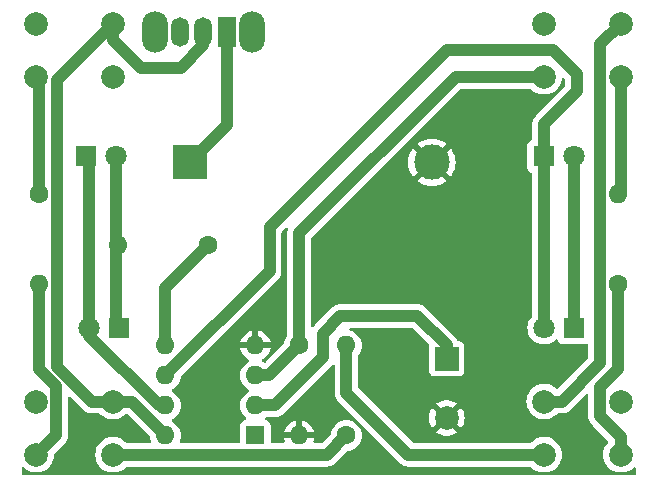
<source format=gtl>
G04 #@! TF.GenerationSoftware,KiCad,Pcbnew,8.0.2*
G04 #@! TF.CreationDate,2024-05-03T14:22:56+02:00*
G04 #@! TF.ProjectId,Simon elab V2,53696d6f-6e20-4656-9c61-622056322e6b,rev?*
G04 #@! TF.SameCoordinates,Original*
G04 #@! TF.FileFunction,Copper,L1,Top*
G04 #@! TF.FilePolarity,Positive*
%FSLAX46Y46*%
G04 Gerber Fmt 4.6, Leading zero omitted, Abs format (unit mm)*
G04 Created by KiCad (PCBNEW 8.0.2) date 2024-05-03 14:22:56*
%MOMM*%
%LPD*%
G01*
G04 APERTURE LIST*
G04 #@! TA.AperFunction,ComponentPad*
%ADD10C,2.000000*%
G04 #@! TD*
G04 #@! TA.AperFunction,ComponentPad*
%ADD11C,1.600000*%
G04 #@! TD*
G04 #@! TA.AperFunction,ComponentPad*
%ADD12O,1.600000X1.600000*%
G04 #@! TD*
G04 #@! TA.AperFunction,ComponentPad*
%ADD13R,1.600000X1.600000*%
G04 #@! TD*
G04 #@! TA.AperFunction,ComponentPad*
%ADD14R,1.800000X1.800000*%
G04 #@! TD*
G04 #@! TA.AperFunction,ComponentPad*
%ADD15C,1.800000*%
G04 #@! TD*
G04 #@! TA.AperFunction,ComponentPad*
%ADD16R,3.000000X3.000000*%
G04 #@! TD*
G04 #@! TA.AperFunction,ComponentPad*
%ADD17C,3.000000*%
G04 #@! TD*
G04 #@! TA.AperFunction,ComponentPad*
%ADD18O,2.200000X3.500000*%
G04 #@! TD*
G04 #@! TA.AperFunction,ComponentPad*
%ADD19R,1.500000X2.500000*%
G04 #@! TD*
G04 #@! TA.AperFunction,ComponentPad*
%ADD20O,1.500000X2.500000*%
G04 #@! TD*
G04 #@! TA.AperFunction,ComponentPad*
%ADD21R,2.000000X2.000000*%
G04 #@! TD*
G04 #@! TA.AperFunction,ViaPad*
%ADD22C,1.000000*%
G04 #@! TD*
G04 #@! TA.AperFunction,Conductor*
%ADD23C,1.000000*%
G04 #@! TD*
G04 APERTURE END LIST*
D10*
X144750000Y-133750000D03*
X151250000Y-133750000D03*
X144750000Y-138250000D03*
X151250000Y-138250000D03*
D11*
X116310000Y-120500000D03*
D12*
X108690000Y-120500000D03*
D13*
X120300000Y-136620000D03*
D12*
X120300000Y-134080000D03*
X120300000Y-131540000D03*
X120300000Y-129000000D03*
X112680000Y-129000000D03*
X112680000Y-131540000D03*
X112680000Y-134080000D03*
X112680000Y-136620000D03*
D11*
X128000000Y-136620000D03*
D12*
X128000000Y-129000000D03*
D14*
X108775000Y-127500000D03*
D15*
X106235000Y-127500000D03*
D10*
X144750000Y-101750000D03*
X151250000Y-101750000D03*
X144750000Y-106250000D03*
X151250000Y-106250000D03*
D14*
X144725000Y-113000000D03*
D15*
X147265000Y-113000000D03*
D10*
X101750000Y-101750000D03*
X108250000Y-101750000D03*
X101750000Y-106250000D03*
X108250000Y-106250000D03*
X101750000Y-133750000D03*
X108250000Y-133750000D03*
X101750000Y-138250000D03*
X108250000Y-138250000D03*
D14*
X147275000Y-127500000D03*
D15*
X144735000Y-127500000D03*
D11*
X151000000Y-123810000D03*
D12*
X151000000Y-116190000D03*
D16*
X114750000Y-113499999D03*
D17*
X135240000Y-113499999D03*
D14*
X105960000Y-113000000D03*
D15*
X108500000Y-113000000D03*
D18*
X120000000Y-102500000D03*
X111800000Y-102500000D03*
D19*
X117900000Y-102500000D03*
D20*
X115900000Y-102500000D03*
X113900000Y-102500000D03*
D11*
X102000000Y-116190000D03*
D12*
X102000000Y-123810000D03*
D11*
X124000000Y-129000000D03*
D12*
X124000000Y-136620000D03*
D21*
X136500000Y-130129215D03*
D10*
X136500000Y-135129215D03*
D22*
X130500000Y-110000000D03*
D23*
X117900000Y-102500000D02*
X117900000Y-110349999D01*
X117900000Y-110349999D02*
X114750000Y-113499999D01*
X134000000Y-126500000D02*
X136500000Y-129000000D01*
X126000000Y-128000000D02*
X127500000Y-126500000D01*
X120300000Y-134080000D02*
X121920000Y-134080000D01*
X121920000Y-134080000D02*
X126000000Y-130000000D01*
X136500000Y-129000000D02*
X136500000Y-130129215D01*
X126000000Y-130000000D02*
X126000000Y-128000000D01*
X127500000Y-126500000D02*
X134000000Y-126500000D01*
X112680000Y-134080000D02*
X112155000Y-134080000D01*
X106235000Y-128160000D02*
X106235000Y-127500000D01*
X112155000Y-134080000D02*
X106235000Y-128160000D01*
X106235000Y-113275000D02*
X105960000Y-113000000D01*
X106235000Y-127500000D02*
X106235000Y-113275000D01*
X147265000Y-127490000D02*
X147275000Y-127500000D01*
X108500000Y-127225000D02*
X108775000Y-127500000D01*
X108500000Y-113000000D02*
X108500000Y-127225000D01*
X147265000Y-113000000D02*
X147265000Y-127490000D01*
X144735000Y-113010000D02*
X144725000Y-113000000D01*
X121500000Y-119000000D02*
X130500000Y-110000000D01*
X130500000Y-110000000D02*
X136500000Y-104000000D01*
X145500000Y-104000000D02*
X147500000Y-106000000D01*
X144735000Y-127500000D02*
X144735000Y-113010000D01*
X144725000Y-110275000D02*
X144725000Y-113000000D01*
X136500000Y-104000000D02*
X145500000Y-104000000D01*
X121500000Y-122720000D02*
X121500000Y-119000000D01*
X147500000Y-106000000D02*
X147500000Y-107500000D01*
X112680000Y-131540000D02*
X121500000Y-122720000D01*
X147500000Y-107500000D02*
X144725000Y-110275000D01*
X112680000Y-129000000D02*
X112680000Y-124130000D01*
X112680000Y-124130000D02*
X116310000Y-120500000D01*
X103450000Y-136550000D02*
X103450000Y-132450000D01*
X103450000Y-132450000D02*
X102000000Y-131000000D01*
X102000000Y-131000000D02*
X102000000Y-123810000D01*
X103450000Y-136550000D02*
X101750000Y-138250000D01*
X126370000Y-138250000D02*
X128000000Y-136620000D01*
X108250000Y-138250000D02*
X126370000Y-138250000D01*
X102000000Y-116190000D02*
X102000000Y-106500000D01*
X102000000Y-106500000D02*
X101750000Y-106250000D01*
X149500000Y-132500000D02*
X149500000Y-135000000D01*
X151000000Y-123810000D02*
X151000000Y-131000000D01*
X133250000Y-138250000D02*
X128000000Y-133000000D01*
X151000000Y-131000000D02*
X149500000Y-132500000D01*
X128000000Y-133000000D02*
X128000000Y-129000000D01*
X149500000Y-135000000D02*
X151250000Y-136750000D01*
X151250000Y-136750000D02*
X151250000Y-138250000D01*
X144750000Y-138250000D02*
X133250000Y-138250000D01*
X120300000Y-131540000D02*
X121460000Y-131540000D01*
X151250000Y-106250000D02*
X151250000Y-115940000D01*
X151250000Y-115940000D02*
X151000000Y-116190000D01*
X124000000Y-119500000D02*
X124000000Y-129000000D01*
X121460000Y-131540000D02*
X124000000Y-129000000D01*
X144750000Y-106250000D02*
X137250000Y-106250000D01*
X137250000Y-106250000D02*
X124000000Y-119500000D01*
X149500000Y-103500000D02*
X151250000Y-101750000D01*
X103500000Y-130802944D02*
X106447056Y-133750000D01*
X146250000Y-133750000D02*
X144750000Y-133750000D01*
X108250000Y-101750000D02*
X108250000Y-103164213D01*
X149500000Y-130500000D02*
X149500000Y-103500000D01*
X103500000Y-106500000D02*
X103500000Y-130802944D01*
X110585787Y-105500000D02*
X114000000Y-105500000D01*
X106447056Y-133750000D02*
X108250000Y-133750000D01*
X109810000Y-133750000D02*
X112680000Y-136620000D01*
X108250000Y-101750000D02*
X103500000Y-106500000D01*
X108250000Y-133750000D02*
X109810000Y-133750000D01*
X108250000Y-103164213D02*
X110585787Y-105500000D01*
X115900000Y-103600000D02*
X115900000Y-102500000D01*
X114000000Y-105500000D02*
X115900000Y-103600000D01*
X149500000Y-130500000D02*
X146250000Y-133750000D01*
G04 #@! TA.AperFunction,Conductor*
G36*
X146450887Y-106365807D02*
G01*
X146463181Y-106378101D01*
X146496666Y-106439424D01*
X146499500Y-106465782D01*
X146499500Y-107034217D01*
X146479815Y-107101256D01*
X146463181Y-107121898D01*
X144087220Y-109497859D01*
X144087218Y-109497861D01*
X144017538Y-109567540D01*
X143947859Y-109637219D01*
X143838371Y-109801079D01*
X143838364Y-109801092D01*
X143762950Y-109983160D01*
X143762947Y-109983170D01*
X143724500Y-110176456D01*
X143724500Y-111517209D01*
X143704815Y-111584248D01*
X143652011Y-111630003D01*
X143643833Y-111633391D01*
X143582671Y-111656202D01*
X143582664Y-111656206D01*
X143467455Y-111742452D01*
X143467452Y-111742455D01*
X143381206Y-111857664D01*
X143381202Y-111857671D01*
X143330908Y-111992517D01*
X143324501Y-112052116D01*
X143324500Y-112052135D01*
X143324500Y-113947870D01*
X143324501Y-113947876D01*
X143330908Y-114007483D01*
X143381202Y-114142328D01*
X143381206Y-114142335D01*
X143467452Y-114257544D01*
X143467455Y-114257547D01*
X143582664Y-114343793D01*
X143582673Y-114343798D01*
X143653832Y-114370338D01*
X143709766Y-114412208D01*
X143734184Y-114477672D01*
X143734500Y-114486520D01*
X143734500Y-126470621D01*
X143714815Y-126537660D01*
X143701730Y-126554603D01*
X143626022Y-126636844D01*
X143626020Y-126636846D01*
X143499075Y-126831151D01*
X143405842Y-127043699D01*
X143348866Y-127268691D01*
X143348864Y-127268702D01*
X143329700Y-127499993D01*
X143329700Y-127500006D01*
X143348864Y-127731297D01*
X143348866Y-127731308D01*
X143405842Y-127956300D01*
X143499075Y-128168848D01*
X143626016Y-128363147D01*
X143626019Y-128363151D01*
X143626021Y-128363153D01*
X143783216Y-128533913D01*
X143783219Y-128533915D01*
X143783222Y-128533918D01*
X143966365Y-128676464D01*
X143966371Y-128676468D01*
X143966374Y-128676470D01*
X144170497Y-128786936D01*
X144284487Y-128826068D01*
X144390015Y-128862297D01*
X144390017Y-128862297D01*
X144390019Y-128862298D01*
X144618951Y-128900500D01*
X144618952Y-128900500D01*
X144851048Y-128900500D01*
X144851049Y-128900500D01*
X145079981Y-128862298D01*
X145299503Y-128786936D01*
X145503626Y-128676470D01*
X145686784Y-128533913D01*
X145695130Y-128524846D01*
X145755010Y-128488854D01*
X145824849Y-128490949D01*
X145882468Y-128530469D01*
X145902544Y-128565491D01*
X145931203Y-128642330D01*
X145931206Y-128642335D01*
X146017452Y-128757544D01*
X146017455Y-128757547D01*
X146132664Y-128843793D01*
X146132671Y-128843797D01*
X146267517Y-128894091D01*
X146267516Y-128894091D01*
X146274444Y-128894835D01*
X146327127Y-128900500D01*
X148222872Y-128900499D01*
X148282483Y-128894091D01*
X148332167Y-128875559D01*
X148401858Y-128870576D01*
X148463181Y-128904061D01*
X148496666Y-128965384D01*
X148499500Y-128991742D01*
X148499500Y-130034217D01*
X148479815Y-130101256D01*
X148463181Y-130121898D01*
X145943989Y-132641089D01*
X145882666Y-132674574D01*
X145812974Y-132669590D01*
X145772327Y-132644640D01*
X145769744Y-132642262D01*
X145743582Y-132621899D01*
X145573509Y-132489526D01*
X145573507Y-132489525D01*
X145573506Y-132489524D01*
X145354811Y-132371172D01*
X145354802Y-132371169D01*
X145119616Y-132290429D01*
X144874335Y-132249500D01*
X144625665Y-132249500D01*
X144380383Y-132290429D01*
X144145197Y-132371169D01*
X144145188Y-132371172D01*
X143926493Y-132489524D01*
X143730257Y-132642261D01*
X143561833Y-132825217D01*
X143425826Y-133033393D01*
X143325936Y-133261118D01*
X143264892Y-133502175D01*
X143264890Y-133502187D01*
X143244357Y-133749994D01*
X143244357Y-133750005D01*
X143264890Y-133997812D01*
X143264892Y-133997824D01*
X143325936Y-134238881D01*
X143425826Y-134466606D01*
X143561833Y-134674782D01*
X143561836Y-134674785D01*
X143730256Y-134857738D01*
X143926491Y-135010474D01*
X144145190Y-135128828D01*
X144380386Y-135209571D01*
X144625665Y-135250500D01*
X144874335Y-135250500D01*
X145119614Y-135209571D01*
X145354810Y-135128828D01*
X145573509Y-135010474D01*
X145769744Y-134857738D01*
X145797338Y-134827763D01*
X145831626Y-134790517D01*
X145891513Y-134754526D01*
X145922855Y-134750500D01*
X146348543Y-134750500D01*
X146458199Y-134728687D01*
X146513029Y-134717781D01*
X146541836Y-134712051D01*
X146595165Y-134689961D01*
X146723914Y-134636632D01*
X146887782Y-134527139D01*
X147027139Y-134387782D01*
X147027140Y-134387779D01*
X147034206Y-134380714D01*
X147034208Y-134380710D01*
X148287820Y-133127098D01*
X148349142Y-133093615D01*
X148418834Y-133098599D01*
X148474767Y-133140471D01*
X148499184Y-133205935D01*
X148499500Y-133214781D01*
X148499500Y-135098544D01*
X148537947Y-135291829D01*
X148537950Y-135291840D01*
X148544122Y-135306739D01*
X148551760Y-135325178D01*
X148552061Y-135325903D01*
X148552062Y-135325909D01*
X148552063Y-135325909D01*
X148613364Y-135473906D01*
X148613366Y-135473911D01*
X148613368Y-135473914D01*
X148722861Y-135637782D01*
X148862218Y-135777139D01*
X148862220Y-135777140D01*
X148869286Y-135784206D01*
X148869285Y-135784206D01*
X148869289Y-135784209D01*
X150144728Y-137059649D01*
X150178213Y-137120972D01*
X150173229Y-137190664D01*
X150148278Y-137231312D01*
X150061834Y-137325217D01*
X149925826Y-137533393D01*
X149825936Y-137761118D01*
X149764892Y-138002175D01*
X149764890Y-138002187D01*
X149744357Y-138249994D01*
X149744357Y-138250005D01*
X149764890Y-138497812D01*
X149764892Y-138497824D01*
X149825936Y-138738881D01*
X149925826Y-138966606D01*
X150061833Y-139174782D01*
X150061836Y-139174785D01*
X150230256Y-139357738D01*
X150426491Y-139510474D01*
X150645190Y-139628828D01*
X150880386Y-139709571D01*
X151125665Y-139750500D01*
X151374335Y-139750500D01*
X151619614Y-139709571D01*
X151854810Y-139628828D01*
X152073509Y-139510474D01*
X152269744Y-139357738D01*
X152284270Y-139341958D01*
X152344155Y-139305967D01*
X152413993Y-139308066D01*
X152471610Y-139347589D01*
X152498713Y-139411988D01*
X152499500Y-139425940D01*
X152499500Y-139875500D01*
X152479815Y-139942539D01*
X152427011Y-139988294D01*
X152375500Y-139999500D01*
X100624500Y-139999500D01*
X100557461Y-139979815D01*
X100511706Y-139927011D01*
X100500500Y-139875500D01*
X100500500Y-139425940D01*
X100520185Y-139358901D01*
X100572989Y-139313146D01*
X100642147Y-139303202D01*
X100705703Y-139332227D01*
X100715725Y-139341953D01*
X100730256Y-139357738D01*
X100926491Y-139510474D01*
X101145190Y-139628828D01*
X101380386Y-139709571D01*
X101625665Y-139750500D01*
X101874335Y-139750500D01*
X102119614Y-139709571D01*
X102354810Y-139628828D01*
X102573509Y-139510474D01*
X102769744Y-139357738D01*
X102938164Y-139174785D01*
X103074173Y-138966607D01*
X103174063Y-138738881D01*
X103235108Y-138497821D01*
X103255643Y-138250000D01*
X103253447Y-138223498D01*
X103267527Y-138155062D01*
X103289339Y-138125579D01*
X104087778Y-137327141D01*
X104087782Y-137327139D01*
X104227139Y-137187782D01*
X104336632Y-137023914D01*
X104409274Y-136848540D01*
X104412051Y-136841836D01*
X104449919Y-136651460D01*
X104449924Y-136651461D01*
X104449924Y-136651434D01*
X104450500Y-136648541D01*
X104450500Y-133467726D01*
X104470185Y-133400687D01*
X104522989Y-133354932D01*
X104592147Y-133344988D01*
X104655703Y-133374013D01*
X104662181Y-133380045D01*
X105809271Y-134527137D01*
X105809275Y-134527140D01*
X105973135Y-134636628D01*
X105973141Y-134636631D01*
X105973142Y-134636632D01*
X106155221Y-134712052D01*
X106348511Y-134750500D01*
X106348514Y-134750501D01*
X106348516Y-134750501D01*
X106551711Y-134750501D01*
X106551731Y-134750500D01*
X107077145Y-134750500D01*
X107144184Y-134770185D01*
X107168374Y-134790517D01*
X107230252Y-134857734D01*
X107230256Y-134857738D01*
X107426491Y-135010474D01*
X107645190Y-135128828D01*
X107880386Y-135209571D01*
X108125665Y-135250500D01*
X108374335Y-135250500D01*
X108619614Y-135209571D01*
X108854810Y-135128828D01*
X109073509Y-135010474D01*
X109269744Y-134857738D01*
X109293932Y-134831462D01*
X109353817Y-134795471D01*
X109423655Y-134797570D01*
X109472843Y-134827763D01*
X111353111Y-136708031D01*
X111386596Y-136769354D01*
X111388958Y-136784902D01*
X111394364Y-136846688D01*
X111394366Y-136846697D01*
X111453258Y-137066488D01*
X111453263Y-137066503D01*
X111456339Y-137073098D01*
X111466830Y-137142176D01*
X111438308Y-137205959D01*
X111379831Y-137244197D01*
X111343956Y-137249500D01*
X109422855Y-137249500D01*
X109355816Y-137229815D01*
X109331626Y-137209483D01*
X109269747Y-137142265D01*
X109269744Y-137142262D01*
X109208071Y-137094260D01*
X109073509Y-136989526D01*
X109073507Y-136989525D01*
X109073506Y-136989524D01*
X108854811Y-136871172D01*
X108854802Y-136871169D01*
X108619616Y-136790429D01*
X108374335Y-136749500D01*
X108125665Y-136749500D01*
X107880383Y-136790429D01*
X107645197Y-136871169D01*
X107645188Y-136871172D01*
X107426493Y-136989524D01*
X107230257Y-137142261D01*
X107061833Y-137325217D01*
X106925826Y-137533393D01*
X106825936Y-137761118D01*
X106764892Y-138002175D01*
X106764890Y-138002187D01*
X106744357Y-138249994D01*
X106744357Y-138250005D01*
X106764890Y-138497812D01*
X106764892Y-138497824D01*
X106825936Y-138738881D01*
X106925826Y-138966606D01*
X107061833Y-139174782D01*
X107061836Y-139174785D01*
X107230256Y-139357738D01*
X107426491Y-139510474D01*
X107645190Y-139628828D01*
X107880386Y-139709571D01*
X108125665Y-139750500D01*
X108374335Y-139750500D01*
X108619614Y-139709571D01*
X108854810Y-139628828D01*
X109073509Y-139510474D01*
X109269744Y-139357738D01*
X109310794Y-139313146D01*
X109331626Y-139290517D01*
X109391513Y-139254526D01*
X109422855Y-139250500D01*
X126468542Y-139250500D01*
X126487870Y-139246655D01*
X126565188Y-139231275D01*
X126661836Y-139212051D01*
X126715165Y-139189961D01*
X126843914Y-139136632D01*
X127007782Y-139027139D01*
X127147139Y-138887782D01*
X127147140Y-138887779D01*
X127154206Y-138880714D01*
X127154209Y-138880710D01*
X128088033Y-137946885D01*
X128149354Y-137913402D01*
X128164898Y-137911041D01*
X128226692Y-137905635D01*
X128446496Y-137846739D01*
X128652734Y-137750568D01*
X128839139Y-137620047D01*
X129000047Y-137459139D01*
X129130568Y-137272734D01*
X129226739Y-137066496D01*
X129285635Y-136846692D01*
X129305468Y-136620000D01*
X129302694Y-136588298D01*
X129291960Y-136465606D01*
X129285635Y-136393308D01*
X129226739Y-136173504D01*
X129130568Y-135967266D01*
X129000047Y-135780861D01*
X129000045Y-135780858D01*
X128839141Y-135619954D01*
X128652734Y-135489432D01*
X128652732Y-135489431D01*
X128446497Y-135393261D01*
X128446488Y-135393258D01*
X128226697Y-135334366D01*
X128226693Y-135334365D01*
X128226692Y-135334365D01*
X128226691Y-135334364D01*
X128226686Y-135334364D01*
X128000002Y-135314532D01*
X127999998Y-135314532D01*
X127773313Y-135334364D01*
X127773302Y-135334366D01*
X127553511Y-135393258D01*
X127553502Y-135393261D01*
X127347267Y-135489431D01*
X127347265Y-135489432D01*
X127160858Y-135619954D01*
X126999954Y-135780858D01*
X126869432Y-135967265D01*
X126869431Y-135967267D01*
X126773261Y-136173502D01*
X126773258Y-136173511D01*
X126714366Y-136393302D01*
X126714364Y-136393311D01*
X126708958Y-136455096D01*
X126683504Y-136520164D01*
X126673111Y-136531967D01*
X125991899Y-137213181D01*
X125930576Y-137246666D01*
X125904218Y-137249500D01*
X125335492Y-137249500D01*
X125268453Y-137229815D01*
X125222698Y-137177011D01*
X125212754Y-137107853D01*
X125223110Y-137073096D01*
X125226264Y-137066331D01*
X125226269Y-137066317D01*
X125278872Y-136870000D01*
X124315686Y-136870000D01*
X124320080Y-136865606D01*
X124372741Y-136774394D01*
X124400000Y-136672661D01*
X124400000Y-136567339D01*
X124372741Y-136465606D01*
X124320080Y-136374394D01*
X124315686Y-136370000D01*
X125278872Y-136370000D01*
X125278872Y-136369999D01*
X125226269Y-136173682D01*
X125226265Y-136173673D01*
X125130134Y-135967517D01*
X124999657Y-135781179D01*
X124838820Y-135620342D01*
X124652482Y-135489865D01*
X124446328Y-135393734D01*
X124250000Y-135341127D01*
X124250000Y-136304314D01*
X124245606Y-136299920D01*
X124154394Y-136247259D01*
X124052661Y-136220000D01*
X123947339Y-136220000D01*
X123845606Y-136247259D01*
X123754394Y-136299920D01*
X123750000Y-136304314D01*
X123750000Y-135341127D01*
X123553671Y-135393734D01*
X123347517Y-135489865D01*
X123161179Y-135620342D01*
X123000342Y-135781179D01*
X122869865Y-135967517D01*
X122773734Y-136173673D01*
X122773730Y-136173682D01*
X122721127Y-136369999D01*
X122721128Y-136370000D01*
X123684314Y-136370000D01*
X123679920Y-136374394D01*
X123627259Y-136465606D01*
X123600000Y-136567339D01*
X123600000Y-136672661D01*
X123627259Y-136774394D01*
X123679920Y-136865606D01*
X123684314Y-136870000D01*
X122721128Y-136870000D01*
X122773730Y-137066317D01*
X122773735Y-137066331D01*
X122776890Y-137073096D01*
X122787382Y-137142173D01*
X122758862Y-137205957D01*
X122700385Y-137244196D01*
X122664508Y-137249500D01*
X121724500Y-137249500D01*
X121657461Y-137229815D01*
X121611706Y-137177011D01*
X121600500Y-137125500D01*
X121600499Y-135772129D01*
X121600498Y-135772123D01*
X121600497Y-135772116D01*
X121594091Y-135712517D01*
X121563021Y-135629215D01*
X121543797Y-135577671D01*
X121543793Y-135577664D01*
X121457547Y-135462455D01*
X121457544Y-135462452D01*
X121342335Y-135376206D01*
X121342328Y-135376202D01*
X121207488Y-135325910D01*
X121204387Y-135325178D01*
X121202228Y-135323949D01*
X121200215Y-135323198D01*
X121200336Y-135322871D01*
X121143670Y-135290606D01*
X121111283Y-135228696D01*
X121117507Y-135159104D01*
X121160368Y-135103925D01*
X121226257Y-135080678D01*
X121232899Y-135080500D01*
X122018542Y-135080500D01*
X122037870Y-135076655D01*
X122115188Y-135061275D01*
X122211836Y-135042051D01*
X122288069Y-135010474D01*
X122393914Y-134966632D01*
X122557782Y-134857139D01*
X122697139Y-134717782D01*
X122697139Y-134717780D01*
X122707347Y-134707573D01*
X122707348Y-134707570D01*
X126777139Y-130637782D01*
X126777145Y-130637772D01*
X126779643Y-130634730D01*
X126781365Y-130633556D01*
X126781447Y-130633475D01*
X126781462Y-130633490D01*
X126837387Y-130595393D01*
X126907232Y-130593520D01*
X126967002Y-130629704D01*
X126997721Y-130692459D01*
X126999500Y-130713391D01*
X126999500Y-133098541D01*
X126999500Y-133098543D01*
X126999499Y-133098543D01*
X127015603Y-133179497D01*
X127015603Y-133179498D01*
X127024778Y-133225624D01*
X127027808Y-133240858D01*
X127027809Y-133240860D01*
X127027809Y-133240861D01*
X127037946Y-133291828D01*
X127037949Y-133291837D01*
X127113364Y-133473907D01*
X127113371Y-133473920D01*
X127222860Y-133637781D01*
X127222863Y-133637785D01*
X127366537Y-133781459D01*
X127366559Y-133781479D01*
X132469735Y-138884655D01*
X132469764Y-138884686D01*
X132612214Y-139027136D01*
X132612218Y-139027139D01*
X132776079Y-139136628D01*
X132776092Y-139136635D01*
X132904833Y-139189961D01*
X132947744Y-139207735D01*
X132958164Y-139212051D01*
X133054812Y-139231275D01*
X133103135Y-139240887D01*
X133151458Y-139250500D01*
X133151459Y-139250500D01*
X133151460Y-139250500D01*
X133348540Y-139250500D01*
X143577145Y-139250500D01*
X143644184Y-139270185D01*
X143668374Y-139290517D01*
X143715730Y-139341959D01*
X143730256Y-139357738D01*
X143926491Y-139510474D01*
X144145190Y-139628828D01*
X144380386Y-139709571D01*
X144625665Y-139750500D01*
X144874335Y-139750500D01*
X145119614Y-139709571D01*
X145354810Y-139628828D01*
X145573509Y-139510474D01*
X145769744Y-139357738D01*
X145938164Y-139174785D01*
X146074173Y-138966607D01*
X146174063Y-138738881D01*
X146235108Y-138497821D01*
X146255643Y-138250000D01*
X146247776Y-138155062D01*
X146235109Y-138002187D01*
X146235107Y-138002175D01*
X146174063Y-137761118D01*
X146074173Y-137533393D01*
X145938166Y-137325217D01*
X145868463Y-137249500D01*
X145769744Y-137142262D01*
X145573509Y-136989526D01*
X145573507Y-136989525D01*
X145573506Y-136989524D01*
X145354811Y-136871172D01*
X145354802Y-136871169D01*
X145119616Y-136790429D01*
X144874335Y-136749500D01*
X144625665Y-136749500D01*
X144380383Y-136790429D01*
X144145197Y-136871169D01*
X144145188Y-136871172D01*
X143926493Y-136989524D01*
X143730255Y-137142262D01*
X143730252Y-137142265D01*
X143668374Y-137209483D01*
X143608487Y-137245474D01*
X143577145Y-137249500D01*
X133715782Y-137249500D01*
X133648743Y-137229815D01*
X133628101Y-137213181D01*
X131544129Y-135129209D01*
X134994859Y-135129209D01*
X134994859Y-135129220D01*
X135015385Y-135376944D01*
X135015387Y-135376953D01*
X135076412Y-135617932D01*
X135176266Y-135845579D01*
X135276564Y-135999097D01*
X136017037Y-135258624D01*
X136034075Y-135322208D01*
X136099901Y-135436222D01*
X136192993Y-135529314D01*
X136307007Y-135595140D01*
X136370590Y-135612177D01*
X135629942Y-136352824D01*
X135676768Y-136389270D01*
X135676770Y-136389271D01*
X135895385Y-136507579D01*
X135895396Y-136507584D01*
X136130506Y-136588298D01*
X136375707Y-136629215D01*
X136624293Y-136629215D01*
X136869493Y-136588298D01*
X137104603Y-136507584D01*
X137104614Y-136507579D01*
X137323228Y-136389272D01*
X137323231Y-136389270D01*
X137370056Y-136352824D01*
X136629409Y-135612177D01*
X136692993Y-135595140D01*
X136807007Y-135529314D01*
X136900099Y-135436222D01*
X136965925Y-135322208D01*
X136982962Y-135258625D01*
X137723434Y-135999097D01*
X137823731Y-135845584D01*
X137923587Y-135617932D01*
X137984612Y-135376953D01*
X137984614Y-135376944D01*
X138005141Y-135129220D01*
X138005141Y-135129209D01*
X137984614Y-134881485D01*
X137984612Y-134881476D01*
X137923587Y-134640497D01*
X137823731Y-134412845D01*
X137723434Y-134259331D01*
X136982962Y-134999804D01*
X136965925Y-134936222D01*
X136900099Y-134822208D01*
X136807007Y-134729116D01*
X136692993Y-134663290D01*
X136629410Y-134646252D01*
X137370057Y-133905605D01*
X137370056Y-133905604D01*
X137323229Y-133869158D01*
X137104614Y-133750850D01*
X137104603Y-133750845D01*
X136869493Y-133670131D01*
X136624293Y-133629215D01*
X136375707Y-133629215D01*
X136130506Y-133670131D01*
X135895396Y-133750845D01*
X135895390Y-133750847D01*
X135676761Y-133869164D01*
X135629942Y-133905603D01*
X135629942Y-133905605D01*
X136370590Y-134646252D01*
X136307007Y-134663290D01*
X136192993Y-134729116D01*
X136099901Y-134822208D01*
X136034075Y-134936222D01*
X136017037Y-134999804D01*
X135276564Y-134259331D01*
X135176267Y-134412847D01*
X135076412Y-134640497D01*
X135015387Y-134881476D01*
X135015385Y-134881485D01*
X134994859Y-135129209D01*
X131544129Y-135129209D01*
X129036819Y-132621899D01*
X129003334Y-132560576D01*
X129000500Y-132534218D01*
X129000500Y-129877588D01*
X129020185Y-129810549D01*
X129022925Y-129806465D01*
X129130568Y-129652734D01*
X129226739Y-129446496D01*
X129285635Y-129226692D01*
X129305468Y-129000000D01*
X129302439Y-128965384D01*
X129296202Y-128894091D01*
X129285635Y-128773308D01*
X129226784Y-128553673D01*
X129226741Y-128553511D01*
X129226738Y-128553502D01*
X129217604Y-128533915D01*
X129130568Y-128347266D01*
X129000047Y-128160861D01*
X129000045Y-128160858D01*
X128839141Y-127999954D01*
X128652734Y-127869432D01*
X128652732Y-127869431D01*
X128446497Y-127773261D01*
X128446488Y-127773258D01*
X128338319Y-127744275D01*
X128278658Y-127707910D01*
X128248129Y-127645063D01*
X128256424Y-127575688D01*
X128300909Y-127521810D01*
X128367461Y-127500535D01*
X128370412Y-127500500D01*
X133534218Y-127500500D01*
X133601257Y-127520185D01*
X133621899Y-127536819D01*
X134976970Y-128891890D01*
X135010455Y-128953213D01*
X135006125Y-129013810D01*
X135007693Y-129014181D01*
X135005908Y-129021732D01*
X134999501Y-129081331D01*
X134999501Y-129081338D01*
X134999500Y-129081350D01*
X134999500Y-131177085D01*
X134999501Y-131177091D01*
X135005908Y-131236698D01*
X135056202Y-131371543D01*
X135056206Y-131371550D01*
X135142452Y-131486759D01*
X135142455Y-131486762D01*
X135257664Y-131573008D01*
X135257671Y-131573012D01*
X135392517Y-131623306D01*
X135392516Y-131623306D01*
X135399444Y-131624050D01*
X135452127Y-131629715D01*
X137547872Y-131629714D01*
X137607483Y-131623306D01*
X137742331Y-131573011D01*
X137857546Y-131486761D01*
X137943796Y-131371546D01*
X137994091Y-131236698D01*
X138000500Y-131177088D01*
X138000499Y-129081343D01*
X137994091Y-129021732D01*
X137991136Y-129013810D01*
X137943797Y-128886886D01*
X137943793Y-128886879D01*
X137857547Y-128771670D01*
X137857544Y-128771667D01*
X137742335Y-128685421D01*
X137742328Y-128685417D01*
X137607482Y-128635123D01*
X137607483Y-128635123D01*
X137547883Y-128628716D01*
X137547881Y-128628715D01*
X137547873Y-128628715D01*
X137547865Y-128628715D01*
X137511996Y-128628715D01*
X137444957Y-128609030D01*
X137399202Y-128556226D01*
X137397446Y-128552194D01*
X137386632Y-128526086D01*
X137386628Y-128526079D01*
X137277139Y-128362218D01*
X137277136Y-128362214D01*
X137134686Y-128219764D01*
X137134655Y-128219735D01*
X134781479Y-125866559D01*
X134781459Y-125866537D01*
X134637785Y-125722863D01*
X134637781Y-125722860D01*
X134473916Y-125613369D01*
X134473911Y-125613366D01*
X134401315Y-125583296D01*
X134345165Y-125560038D01*
X134291836Y-125537949D01*
X134291832Y-125537948D01*
X134291828Y-125537946D01*
X134195188Y-125518724D01*
X134098544Y-125499500D01*
X134098541Y-125499500D01*
X127598540Y-125499500D01*
X127401459Y-125499500D01*
X127401456Y-125499500D01*
X127208171Y-125537946D01*
X127208167Y-125537948D01*
X127208165Y-125537948D01*
X127208164Y-125537949D01*
X127132745Y-125569188D01*
X127132743Y-125569189D01*
X127026085Y-125613368D01*
X127026085Y-125613369D01*
X127026084Y-125613369D01*
X126862222Y-125722857D01*
X126862214Y-125722863D01*
X125541380Y-127043699D01*
X125362220Y-127222859D01*
X125362218Y-127222861D01*
X125316388Y-127268691D01*
X125222860Y-127362218D01*
X125220352Y-127365275D01*
X125218633Y-127366445D01*
X125218553Y-127366526D01*
X125218537Y-127366510D01*
X125162605Y-127404608D01*
X125092761Y-127406477D01*
X125032993Y-127370289D01*
X125002278Y-127307532D01*
X125000500Y-127286608D01*
X125000500Y-119965782D01*
X125020185Y-119898743D01*
X125036819Y-119878101D01*
X131414924Y-113499997D01*
X133234891Y-113499997D01*
X133234891Y-113500000D01*
X133255300Y-113785361D01*
X133316109Y-114064894D01*
X133416091Y-114332957D01*
X133553191Y-114584037D01*
X133553196Y-114584045D01*
X133659882Y-114726560D01*
X133659883Y-114726561D01*
X134562421Y-113824023D01*
X134575359Y-113855257D01*
X134657437Y-113978096D01*
X134761903Y-114082562D01*
X134884742Y-114164640D01*
X134915974Y-114177577D01*
X134013436Y-115080114D01*
X134155960Y-115186806D01*
X134155961Y-115186807D01*
X134407042Y-115323907D01*
X134407041Y-115323907D01*
X134675104Y-115423889D01*
X134954637Y-115484698D01*
X135239999Y-115505108D01*
X135240001Y-115505108D01*
X135525362Y-115484698D01*
X135804895Y-115423889D01*
X136072958Y-115323907D01*
X136324047Y-115186802D01*
X136466561Y-115080115D01*
X136466562Y-115080114D01*
X135564025Y-114177576D01*
X135595258Y-114164640D01*
X135718097Y-114082562D01*
X135822563Y-113978096D01*
X135904641Y-113855257D01*
X135917578Y-113824024D01*
X136820115Y-114726561D01*
X136820116Y-114726560D01*
X136926803Y-114584046D01*
X137063908Y-114332957D01*
X137163890Y-114064894D01*
X137224699Y-113785361D01*
X137245109Y-113500000D01*
X137245109Y-113499997D01*
X137224699Y-113214636D01*
X137163890Y-112935103D01*
X137063908Y-112667040D01*
X136926808Y-112415960D01*
X136926807Y-112415959D01*
X136820115Y-112273435D01*
X135917577Y-113175972D01*
X135904641Y-113144741D01*
X135822563Y-113021902D01*
X135718097Y-112917436D01*
X135595258Y-112835358D01*
X135564024Y-112822420D01*
X136466562Y-111919882D01*
X136466561Y-111919881D01*
X136324046Y-111813195D01*
X136324038Y-111813190D01*
X136072957Y-111676090D01*
X136072958Y-111676090D01*
X135804895Y-111576108D01*
X135525362Y-111515299D01*
X135240001Y-111494890D01*
X135239999Y-111494890D01*
X134954637Y-111515299D01*
X134675104Y-111576108D01*
X134407041Y-111676090D01*
X134155961Y-111813190D01*
X134155953Y-111813195D01*
X134013437Y-111919881D01*
X134013436Y-111919882D01*
X134915975Y-112822420D01*
X134884742Y-112835358D01*
X134761903Y-112917436D01*
X134657437Y-113021902D01*
X134575359Y-113144741D01*
X134562421Y-113175973D01*
X133659883Y-112273435D01*
X133659882Y-112273436D01*
X133553196Y-112415952D01*
X133553191Y-112415960D01*
X133416091Y-112667040D01*
X133316109Y-112935103D01*
X133255300Y-113214636D01*
X133234891Y-113499997D01*
X131414924Y-113499997D01*
X137628102Y-107286819D01*
X137689425Y-107253334D01*
X137715783Y-107250500D01*
X143577145Y-107250500D01*
X143644184Y-107270185D01*
X143668374Y-107290517D01*
X143730252Y-107357734D01*
X143730256Y-107357738D01*
X143926491Y-107510474D01*
X144145190Y-107628828D01*
X144380386Y-107709571D01*
X144625665Y-107750500D01*
X144874335Y-107750500D01*
X145119614Y-107709571D01*
X145354810Y-107628828D01*
X145573509Y-107510474D01*
X145769744Y-107357738D01*
X145938164Y-107174785D01*
X146074173Y-106966607D01*
X146174063Y-106738881D01*
X146235108Y-106497821D01*
X146239630Y-106443245D01*
X146264782Y-106378064D01*
X146321184Y-106336825D01*
X146390927Y-106332626D01*
X146450887Y-106365807D01*
G37*
G04 #@! TD.AperFunction*
G04 #@! TA.AperFunction,Conductor*
G36*
X122963134Y-119054299D02*
G01*
X123019067Y-119096171D01*
X123043484Y-119161635D01*
X123038946Y-119202153D01*
X123039137Y-119202191D01*
X123038690Y-119204434D01*
X123038463Y-119206468D01*
X123037949Y-119208161D01*
X122999500Y-119401456D01*
X122999500Y-128122410D01*
X122979815Y-128189449D01*
X122977076Y-128193532D01*
X122869431Y-128347267D01*
X122773261Y-128553502D01*
X122773258Y-128553511D01*
X122714365Y-128773307D01*
X122708958Y-128835095D01*
X122683504Y-128900163D01*
X122673111Y-128911966D01*
X121157416Y-130427662D01*
X121096093Y-130461147D01*
X121026401Y-130456163D01*
X120998612Y-130441556D01*
X120952734Y-130409432D01*
X120952732Y-130409431D01*
X120941275Y-130404088D01*
X120894132Y-130382105D01*
X120841694Y-130335934D01*
X120822542Y-130268740D01*
X120842758Y-130201859D01*
X120894134Y-130157341D01*
X120952484Y-130130132D01*
X121138820Y-129999657D01*
X121299657Y-129838820D01*
X121430134Y-129652482D01*
X121526265Y-129446326D01*
X121526269Y-129446317D01*
X121578872Y-129250000D01*
X120615686Y-129250000D01*
X120620080Y-129245606D01*
X120672741Y-129154394D01*
X120700000Y-129052661D01*
X120700000Y-128947339D01*
X120672741Y-128845606D01*
X120620080Y-128754394D01*
X120615686Y-128750000D01*
X121578872Y-128750000D01*
X121578872Y-128749999D01*
X121526269Y-128553682D01*
X121526265Y-128553673D01*
X121430134Y-128347517D01*
X121299657Y-128161179D01*
X121138820Y-128000342D01*
X120952482Y-127869865D01*
X120746328Y-127773734D01*
X120550000Y-127721127D01*
X120550000Y-128684314D01*
X120545606Y-128679920D01*
X120454394Y-128627259D01*
X120352661Y-128600000D01*
X120247339Y-128600000D01*
X120145606Y-128627259D01*
X120054394Y-128679920D01*
X120050000Y-128684314D01*
X120050000Y-127721127D01*
X119853671Y-127773734D01*
X119647517Y-127869865D01*
X119461179Y-128000342D01*
X119300342Y-128161179D01*
X119169865Y-128347517D01*
X119073734Y-128553673D01*
X119073730Y-128553682D01*
X119021127Y-128749999D01*
X119021128Y-128750000D01*
X119984314Y-128750000D01*
X119979920Y-128754394D01*
X119927259Y-128845606D01*
X119900000Y-128947339D01*
X119900000Y-129052661D01*
X119927259Y-129154394D01*
X119979920Y-129245606D01*
X119984314Y-129250000D01*
X119021128Y-129250000D01*
X119073730Y-129446317D01*
X119073734Y-129446326D01*
X119169865Y-129652482D01*
X119300342Y-129838820D01*
X119461179Y-129999657D01*
X119647518Y-130130134D01*
X119647520Y-130130135D01*
X119705865Y-130157342D01*
X119758305Y-130203514D01*
X119777457Y-130270707D01*
X119757242Y-130337589D01*
X119705867Y-130382105D01*
X119647268Y-130409431D01*
X119647264Y-130409433D01*
X119460858Y-130539954D01*
X119299954Y-130700858D01*
X119169432Y-130887265D01*
X119169431Y-130887267D01*
X119073261Y-131093502D01*
X119073258Y-131093511D01*
X119014366Y-131313302D01*
X119014364Y-131313313D01*
X118994532Y-131539998D01*
X118994532Y-131540001D01*
X119014364Y-131766686D01*
X119014366Y-131766697D01*
X119073258Y-131986488D01*
X119073261Y-131986497D01*
X119169431Y-132192732D01*
X119169432Y-132192734D01*
X119299954Y-132379141D01*
X119460858Y-132540045D01*
X119460861Y-132540047D01*
X119647266Y-132670568D01*
X119697587Y-132694033D01*
X119705275Y-132697618D01*
X119757714Y-132743791D01*
X119776866Y-132810984D01*
X119756650Y-132877865D01*
X119705275Y-132922382D01*
X119647267Y-132949431D01*
X119647265Y-132949432D01*
X119460858Y-133079954D01*
X119299954Y-133240858D01*
X119169432Y-133427265D01*
X119169431Y-133427267D01*
X119073261Y-133633502D01*
X119073258Y-133633511D01*
X119014366Y-133853302D01*
X119014364Y-133853313D01*
X118994532Y-134079998D01*
X118994532Y-134080001D01*
X119014364Y-134306686D01*
X119014366Y-134306697D01*
X119073258Y-134526488D01*
X119073261Y-134526497D01*
X119169431Y-134732732D01*
X119169432Y-134732734D01*
X119299954Y-134919141D01*
X119460858Y-135080045D01*
X119485462Y-135097273D01*
X119529087Y-135151849D01*
X119536281Y-135221348D01*
X119504758Y-135283703D01*
X119444529Y-135319117D01*
X119427593Y-135322138D01*
X119392516Y-135325908D01*
X119257671Y-135376202D01*
X119257664Y-135376206D01*
X119142455Y-135462452D01*
X119142452Y-135462455D01*
X119056206Y-135577664D01*
X119056202Y-135577671D01*
X119005908Y-135712517D01*
X118999501Y-135772116D01*
X118999500Y-135772127D01*
X118999500Y-136507584D01*
X118999501Y-137125500D01*
X118979816Y-137192539D01*
X118927013Y-137238294D01*
X118875501Y-137249500D01*
X114016044Y-137249500D01*
X113949005Y-137229815D01*
X113903250Y-137177011D01*
X113893306Y-137107853D01*
X113903661Y-137073098D01*
X113906736Y-137066503D01*
X113906736Y-137066501D01*
X113906739Y-137066496D01*
X113965635Y-136846692D01*
X113985468Y-136620000D01*
X113982694Y-136588298D01*
X113971960Y-136465606D01*
X113965635Y-136393308D01*
X113906739Y-136173504D01*
X113810568Y-135967266D01*
X113680047Y-135780861D01*
X113680045Y-135780858D01*
X113519141Y-135619954D01*
X113332734Y-135489432D01*
X113332728Y-135489429D01*
X113274882Y-135462455D01*
X113274724Y-135462381D01*
X113222285Y-135416210D01*
X113203133Y-135349017D01*
X113223348Y-135282135D01*
X113274725Y-135237618D01*
X113332734Y-135210568D01*
X113519139Y-135080047D01*
X113680047Y-134919139D01*
X113810568Y-134732734D01*
X113906739Y-134526496D01*
X113965635Y-134306692D01*
X113985468Y-134080000D01*
X113965635Y-133853308D01*
X113906739Y-133633504D01*
X113810568Y-133427266D01*
X113680047Y-133240861D01*
X113680046Y-133240860D01*
X113680045Y-133240858D01*
X113519141Y-133079954D01*
X113332734Y-132949432D01*
X113332728Y-132949429D01*
X113274725Y-132922382D01*
X113222285Y-132876210D01*
X113203133Y-132809017D01*
X113223348Y-132742135D01*
X113274725Y-132697618D01*
X113282413Y-132694033D01*
X113332734Y-132670568D01*
X113519139Y-132540047D01*
X113680047Y-132379139D01*
X113810568Y-132192734D01*
X113906739Y-131986496D01*
X113965635Y-131766692D01*
X113971040Y-131704904D01*
X113996492Y-131639837D01*
X114006879Y-131628039D01*
X122277140Y-123357781D01*
X122386632Y-123193914D01*
X122462052Y-123011835D01*
X122500501Y-122818540D01*
X122500501Y-122621459D01*
X122500501Y-122616349D01*
X122500500Y-122616323D01*
X122500500Y-119465781D01*
X122520185Y-119398742D01*
X122536814Y-119378105D01*
X122832121Y-119082798D01*
X122893442Y-119049315D01*
X122963134Y-119054299D01*
G37*
G04 #@! TD.AperFunction*
M02*

</source>
